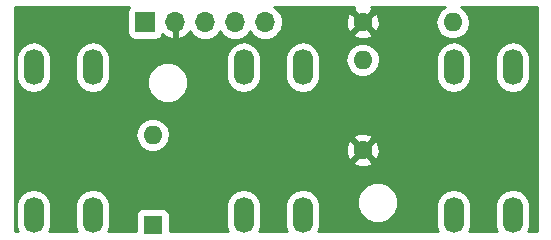
<source format=gbr>
G04 #@! TF.GenerationSoftware,KiCad,Pcbnew,(5.0.1)-4*
G04 #@! TF.CreationDate,2019-03-25T10:39:43-07:00*
G04 #@! TF.ProjectId,SysButtons,537973427574746F6E732E6B69636164,rev?*
G04 #@! TF.SameCoordinates,Original*
G04 #@! TF.FileFunction,Copper,L1,Top,Signal*
G04 #@! TF.FilePolarity,Positive*
%FSLAX46Y46*%
G04 Gerber Fmt 4.6, Leading zero omitted, Abs format (unit mm)*
G04 Created by KiCad (PCBNEW (5.0.1)-4) date 3/25/2019 10:39:43 AM*
%MOMM*%
%LPD*%
G01*
G04 APERTURE LIST*
G04 #@! TA.AperFunction,ComponentPad*
%ADD10R,1.600000X1.600000*%
G04 #@! TD*
G04 #@! TA.AperFunction,ComponentPad*
%ADD11O,1.600000X1.600000*%
G04 #@! TD*
G04 #@! TA.AperFunction,ComponentPad*
%ADD12R,1.700000X1.700000*%
G04 #@! TD*
G04 #@! TA.AperFunction,ComponentPad*
%ADD13O,1.700000X1.700000*%
G04 #@! TD*
G04 #@! TA.AperFunction,ComponentPad*
%ADD14C,1.600000*%
G04 #@! TD*
G04 #@! TA.AperFunction,ComponentPad*
%ADD15O,1.727200X3.048000*%
G04 #@! TD*
G04 #@! TA.AperFunction,Conductor*
%ADD16C,0.254000*%
G04 #@! TD*
G04 APERTURE END LIST*
D10*
G04 #@! TO.P,D1,1*
G04 #@! TO.N,Net-(D1-Pad1)*
X135255000Y-64770000D03*
D11*
G04 #@! TO.P,D1,2*
G04 #@! TO.N,Net-(D1-Pad2)*
X135255000Y-57150000D03*
G04 #@! TD*
D12*
G04 #@! TO.P,J1,1*
G04 #@! TO.N,+5V*
X134620000Y-47625000D03*
D13*
G04 #@! TO.P,J1,2*
G04 #@! TO.N,GND*
X137160000Y-47625000D03*
G04 #@! TO.P,J1,3*
G04 #@! TO.N,Net-(D1-Pad2)*
X139700000Y-47625000D03*
G04 #@! TO.P,J1,4*
G04 #@! TO.N,Net-(J1-Pad4)*
X142240000Y-47625000D03*
G04 #@! TO.P,J1,5*
G04 #@! TO.N,Net-(J1-Pad5)*
X144780000Y-47625000D03*
G04 #@! TD*
D11*
G04 #@! TO.P,R2,2*
G04 #@! TO.N,Net-(J1-Pad4)*
X153035000Y-50800000D03*
D14*
G04 #@! TO.P,R2,1*
G04 #@! TO.N,GND*
X153035000Y-58420000D03*
G04 #@! TD*
G04 #@! TO.P,R3,1*
G04 #@! TO.N,GND*
X153035000Y-47625000D03*
D11*
G04 #@! TO.P,R3,2*
G04 #@! TO.N,Net-(J1-Pad5)*
X160655000Y-47625000D03*
G04 #@! TD*
D15*
G04 #@! TO.P,SW1,1*
G04 #@! TO.N,+5V*
X130175000Y-63935000D03*
G04 #@! TO.P,SW1,2*
G04 #@! TO.N,Net-(D1-Pad1)*
X125175000Y-63935000D03*
G04 #@! TO.P,SW1,1*
G04 #@! TO.N,+5V*
X130175000Y-51435000D03*
G04 #@! TO.P,SW1,2*
G04 #@! TO.N,Net-(D1-Pad1)*
X125175000Y-51435000D03*
G04 #@! TD*
G04 #@! TO.P,SW2,2*
G04 #@! TO.N,Net-(J1-Pad4)*
X142955000Y-51435000D03*
G04 #@! TO.P,SW2,1*
G04 #@! TO.N,+5V*
X147955000Y-51435000D03*
G04 #@! TO.P,SW2,2*
G04 #@! TO.N,Net-(J1-Pad4)*
X142955000Y-63935000D03*
G04 #@! TO.P,SW2,1*
G04 #@! TO.N,+5V*
X147955000Y-63935000D03*
G04 #@! TD*
G04 #@! TO.P,SW3,1*
G04 #@! TO.N,+5V*
X165735000Y-63935000D03*
G04 #@! TO.P,SW3,2*
G04 #@! TO.N,Net-(J1-Pad5)*
X160735000Y-63935000D03*
G04 #@! TO.P,SW3,1*
G04 #@! TO.N,+5V*
X165735000Y-51435000D03*
G04 #@! TO.P,SW3,2*
G04 #@! TO.N,Net-(J1-Pad5)*
X160735000Y-51435000D03*
G04 #@! TD*
D16*
G04 #@! TO.N,GND*
G36*
X133171843Y-46527235D02*
X133122560Y-46775000D01*
X133122560Y-48475000D01*
X133171843Y-48722765D01*
X133312191Y-48932809D01*
X133522235Y-49073157D01*
X133770000Y-49122440D01*
X135470000Y-49122440D01*
X135717765Y-49073157D01*
X135927809Y-48932809D01*
X136068157Y-48722765D01*
X136088739Y-48619292D01*
X136393076Y-48896645D01*
X136803110Y-49066476D01*
X137033000Y-48945155D01*
X137033000Y-47752000D01*
X137013000Y-47752000D01*
X137013000Y-47498000D01*
X137033000Y-47498000D01*
X137033000Y-47478000D01*
X137287000Y-47478000D01*
X137287000Y-47498000D01*
X137307000Y-47498000D01*
X137307000Y-47752000D01*
X137287000Y-47752000D01*
X137287000Y-48945155D01*
X137516890Y-49066476D01*
X137926924Y-48896645D01*
X138355183Y-48506358D01*
X138416157Y-48376522D01*
X138629375Y-48695625D01*
X139120582Y-49023839D01*
X139553744Y-49110000D01*
X139846256Y-49110000D01*
X140279418Y-49023839D01*
X140770625Y-48695625D01*
X140970000Y-48397239D01*
X141169375Y-48695625D01*
X141660582Y-49023839D01*
X142093744Y-49110000D01*
X142386256Y-49110000D01*
X142819418Y-49023839D01*
X143310625Y-48695625D01*
X143510000Y-48397239D01*
X143709375Y-48695625D01*
X144200582Y-49023839D01*
X144633744Y-49110000D01*
X144926256Y-49110000D01*
X145359418Y-49023839D01*
X145850625Y-48695625D01*
X145892640Y-48632745D01*
X152206861Y-48632745D01*
X152280995Y-48878864D01*
X152818223Y-49071965D01*
X153388454Y-49044778D01*
X153789005Y-48878864D01*
X153863139Y-48632745D01*
X153035000Y-47804605D01*
X152206861Y-48632745D01*
X145892640Y-48632745D01*
X146178839Y-48204418D01*
X146294092Y-47625000D01*
X146250973Y-47408223D01*
X151588035Y-47408223D01*
X151615222Y-47978454D01*
X151781136Y-48379005D01*
X152027255Y-48453139D01*
X152855395Y-47625000D01*
X153214605Y-47625000D01*
X154042745Y-48453139D01*
X154288864Y-48379005D01*
X154481965Y-47841777D01*
X154454778Y-47271546D01*
X154288864Y-46870995D01*
X154042745Y-46796861D01*
X153214605Y-47625000D01*
X152855395Y-47625000D01*
X152027255Y-46796861D01*
X151781136Y-46870995D01*
X151588035Y-47408223D01*
X146250973Y-47408223D01*
X146178839Y-47045582D01*
X145850625Y-46554375D01*
X145552239Y-46355000D01*
X152319951Y-46355000D01*
X152280995Y-46371136D01*
X152206861Y-46617255D01*
X153035000Y-47445395D01*
X153863139Y-46617255D01*
X153789005Y-46371136D01*
X153744113Y-46355000D01*
X159972758Y-46355000D01*
X159620423Y-46590423D01*
X159303260Y-47065091D01*
X159191887Y-47625000D01*
X159303260Y-48184909D01*
X159620423Y-48659577D01*
X160095091Y-48976740D01*
X160513667Y-49060000D01*
X160796333Y-49060000D01*
X161214909Y-48976740D01*
X161689577Y-48659577D01*
X162006740Y-48184909D01*
X162118113Y-47625000D01*
X162006740Y-47065091D01*
X161689577Y-46590423D01*
X161337242Y-46355000D01*
X167767000Y-46355000D01*
X167767000Y-65305000D01*
X167063211Y-65305000D01*
X167146650Y-65180125D01*
X167233600Y-64742998D01*
X167233600Y-63127002D01*
X167146650Y-62689875D01*
X166815430Y-62194170D01*
X166319725Y-61862950D01*
X165735000Y-61746641D01*
X165150276Y-61862950D01*
X164654571Y-62194170D01*
X164323351Y-62689875D01*
X164236400Y-63127002D01*
X164236400Y-64742997D01*
X164323350Y-65180124D01*
X164406789Y-65305000D01*
X162063211Y-65305000D01*
X162146650Y-65180125D01*
X162233600Y-64742998D01*
X162233600Y-63127002D01*
X162146650Y-62689875D01*
X161815430Y-62194170D01*
X161319725Y-61862950D01*
X160735000Y-61746641D01*
X160150276Y-61862950D01*
X159654571Y-62194170D01*
X159323351Y-62689875D01*
X159236400Y-63127002D01*
X159236400Y-64742997D01*
X159323350Y-65180124D01*
X159406789Y-65305000D01*
X149283211Y-65305000D01*
X149366650Y-65180125D01*
X149453600Y-64742998D01*
X149453600Y-63127002D01*
X149366650Y-62689875D01*
X149253068Y-62519887D01*
X152570000Y-62519887D01*
X152570000Y-63210113D01*
X152834138Y-63847799D01*
X153322201Y-64335862D01*
X153959887Y-64600000D01*
X154650113Y-64600000D01*
X155287799Y-64335862D01*
X155775862Y-63847799D01*
X156040000Y-63210113D01*
X156040000Y-62519887D01*
X155775862Y-61882201D01*
X155287799Y-61394138D01*
X154650113Y-61130000D01*
X153959887Y-61130000D01*
X153322201Y-61394138D01*
X152834138Y-61882201D01*
X152570000Y-62519887D01*
X149253068Y-62519887D01*
X149035430Y-62194170D01*
X148539725Y-61862950D01*
X147955000Y-61746641D01*
X147370276Y-61862950D01*
X146874571Y-62194170D01*
X146543351Y-62689875D01*
X146456400Y-63127002D01*
X146456400Y-64742997D01*
X146543350Y-65180124D01*
X146626789Y-65305000D01*
X144283211Y-65305000D01*
X144366650Y-65180125D01*
X144453600Y-64742998D01*
X144453600Y-63127002D01*
X144366650Y-62689875D01*
X144035430Y-62194170D01*
X143539725Y-61862950D01*
X142955000Y-61746641D01*
X142370276Y-61862950D01*
X141874571Y-62194170D01*
X141543351Y-62689875D01*
X141456400Y-63127002D01*
X141456400Y-64742997D01*
X141543350Y-65180124D01*
X141626789Y-65305000D01*
X136702440Y-65305000D01*
X136702440Y-63970000D01*
X136653157Y-63722235D01*
X136512809Y-63512191D01*
X136302765Y-63371843D01*
X136055000Y-63322560D01*
X134455000Y-63322560D01*
X134207235Y-63371843D01*
X133997191Y-63512191D01*
X133856843Y-63722235D01*
X133807560Y-63970000D01*
X133807560Y-65305000D01*
X131503211Y-65305000D01*
X131586650Y-65180125D01*
X131673600Y-64742998D01*
X131673600Y-63127002D01*
X131586650Y-62689875D01*
X131255430Y-62194170D01*
X130759725Y-61862950D01*
X130175000Y-61746641D01*
X129590276Y-61862950D01*
X129094571Y-62194170D01*
X128763351Y-62689875D01*
X128676400Y-63127002D01*
X128676400Y-64742997D01*
X128763350Y-65180124D01*
X128846789Y-65305000D01*
X126503211Y-65305000D01*
X126586650Y-65180125D01*
X126673600Y-64742998D01*
X126673600Y-63127002D01*
X126586650Y-62689875D01*
X126255430Y-62194170D01*
X125759725Y-61862950D01*
X125175000Y-61746641D01*
X124590276Y-61862950D01*
X124094571Y-62194170D01*
X123763351Y-62689875D01*
X123676400Y-63127002D01*
X123676400Y-64742997D01*
X123763350Y-65180124D01*
X123846789Y-65305000D01*
X123571000Y-65305000D01*
X123571000Y-59427745D01*
X152206861Y-59427745D01*
X152280995Y-59673864D01*
X152818223Y-59866965D01*
X153388454Y-59839778D01*
X153789005Y-59673864D01*
X153863139Y-59427745D01*
X153035000Y-58599605D01*
X152206861Y-59427745D01*
X123571000Y-59427745D01*
X123571000Y-57150000D01*
X133791887Y-57150000D01*
X133903260Y-57709909D01*
X134220423Y-58184577D01*
X134695091Y-58501740D01*
X135113667Y-58585000D01*
X135396333Y-58585000D01*
X135814909Y-58501740D01*
X136261671Y-58203223D01*
X151588035Y-58203223D01*
X151615222Y-58773454D01*
X151781136Y-59174005D01*
X152027255Y-59248139D01*
X152855395Y-58420000D01*
X153214605Y-58420000D01*
X154042745Y-59248139D01*
X154288864Y-59174005D01*
X154481965Y-58636777D01*
X154454778Y-58066546D01*
X154288864Y-57665995D01*
X154042745Y-57591861D01*
X153214605Y-58420000D01*
X152855395Y-58420000D01*
X152027255Y-57591861D01*
X151781136Y-57665995D01*
X151588035Y-58203223D01*
X136261671Y-58203223D01*
X136289577Y-58184577D01*
X136606740Y-57709909D01*
X136665947Y-57412255D01*
X152206861Y-57412255D01*
X153035000Y-58240395D01*
X153863139Y-57412255D01*
X153789005Y-57166136D01*
X153251777Y-56973035D01*
X152681546Y-57000222D01*
X152280995Y-57166136D01*
X152206861Y-57412255D01*
X136665947Y-57412255D01*
X136718113Y-57150000D01*
X136606740Y-56590091D01*
X136289577Y-56115423D01*
X135814909Y-55798260D01*
X135396333Y-55715000D01*
X135113667Y-55715000D01*
X134695091Y-55798260D01*
X134220423Y-56115423D01*
X133903260Y-56590091D01*
X133791887Y-57150000D01*
X123571000Y-57150000D01*
X123571000Y-50627002D01*
X123676400Y-50627002D01*
X123676400Y-52242997D01*
X123763350Y-52680124D01*
X124094570Y-53175830D01*
X124590275Y-53507050D01*
X125175000Y-53623359D01*
X125759724Y-53507050D01*
X126255430Y-53175830D01*
X126586650Y-52680125D01*
X126673600Y-52242998D01*
X126673600Y-50627002D01*
X128676400Y-50627002D01*
X128676400Y-52242997D01*
X128763350Y-52680124D01*
X129094570Y-53175830D01*
X129590275Y-53507050D01*
X130175000Y-53623359D01*
X130759724Y-53507050D01*
X131255430Y-53175830D01*
X131586650Y-52680125D01*
X131650349Y-52359887D01*
X134790000Y-52359887D01*
X134790000Y-53050113D01*
X135054138Y-53687799D01*
X135542201Y-54175862D01*
X136179887Y-54440000D01*
X136870113Y-54440000D01*
X137507799Y-54175862D01*
X137995862Y-53687799D01*
X138260000Y-53050113D01*
X138260000Y-52359887D01*
X137995862Y-51722201D01*
X137507799Y-51234138D01*
X136870113Y-50970000D01*
X136179887Y-50970000D01*
X135542201Y-51234138D01*
X135054138Y-51722201D01*
X134790000Y-52359887D01*
X131650349Y-52359887D01*
X131673600Y-52242998D01*
X131673600Y-50627002D01*
X141456400Y-50627002D01*
X141456400Y-52242997D01*
X141543350Y-52680124D01*
X141874570Y-53175830D01*
X142370275Y-53507050D01*
X142955000Y-53623359D01*
X143539724Y-53507050D01*
X144035430Y-53175830D01*
X144366650Y-52680125D01*
X144453600Y-52242998D01*
X144453600Y-50627002D01*
X146456400Y-50627002D01*
X146456400Y-52242997D01*
X146543350Y-52680124D01*
X146874570Y-53175830D01*
X147370275Y-53507050D01*
X147955000Y-53623359D01*
X148539724Y-53507050D01*
X149035430Y-53175830D01*
X149366650Y-52680125D01*
X149453600Y-52242998D01*
X149453600Y-50800000D01*
X151571887Y-50800000D01*
X151683260Y-51359909D01*
X152000423Y-51834577D01*
X152475091Y-52151740D01*
X152893667Y-52235000D01*
X153176333Y-52235000D01*
X153594909Y-52151740D01*
X154069577Y-51834577D01*
X154386740Y-51359909D01*
X154498113Y-50800000D01*
X154463702Y-50627002D01*
X159236400Y-50627002D01*
X159236400Y-52242997D01*
X159323350Y-52680124D01*
X159654570Y-53175830D01*
X160150275Y-53507050D01*
X160735000Y-53623359D01*
X161319724Y-53507050D01*
X161815430Y-53175830D01*
X162146650Y-52680125D01*
X162233600Y-52242998D01*
X162233600Y-50627002D01*
X164236400Y-50627002D01*
X164236400Y-52242997D01*
X164323350Y-52680124D01*
X164654570Y-53175830D01*
X165150275Y-53507050D01*
X165735000Y-53623359D01*
X166319724Y-53507050D01*
X166815430Y-53175830D01*
X167146650Y-52680125D01*
X167233600Y-52242998D01*
X167233600Y-50627002D01*
X167146650Y-50189875D01*
X166815430Y-49694170D01*
X166319725Y-49362950D01*
X165735000Y-49246641D01*
X165150276Y-49362950D01*
X164654571Y-49694170D01*
X164323351Y-50189875D01*
X164236400Y-50627002D01*
X162233600Y-50627002D01*
X162146650Y-50189875D01*
X161815430Y-49694170D01*
X161319725Y-49362950D01*
X160735000Y-49246641D01*
X160150276Y-49362950D01*
X159654571Y-49694170D01*
X159323351Y-50189875D01*
X159236400Y-50627002D01*
X154463702Y-50627002D01*
X154386740Y-50240091D01*
X154069577Y-49765423D01*
X153594909Y-49448260D01*
X153176333Y-49365000D01*
X152893667Y-49365000D01*
X152475091Y-49448260D01*
X152000423Y-49765423D01*
X151683260Y-50240091D01*
X151571887Y-50800000D01*
X149453600Y-50800000D01*
X149453600Y-50627002D01*
X149366650Y-50189875D01*
X149035430Y-49694170D01*
X148539725Y-49362950D01*
X147955000Y-49246641D01*
X147370276Y-49362950D01*
X146874571Y-49694170D01*
X146543351Y-50189875D01*
X146456400Y-50627002D01*
X144453600Y-50627002D01*
X144366650Y-50189875D01*
X144035430Y-49694170D01*
X143539725Y-49362950D01*
X142955000Y-49246641D01*
X142370276Y-49362950D01*
X141874571Y-49694170D01*
X141543351Y-50189875D01*
X141456400Y-50627002D01*
X131673600Y-50627002D01*
X131586650Y-50189875D01*
X131255430Y-49694170D01*
X130759725Y-49362950D01*
X130175000Y-49246641D01*
X129590276Y-49362950D01*
X129094571Y-49694170D01*
X128763351Y-50189875D01*
X128676400Y-50627002D01*
X126673600Y-50627002D01*
X126586650Y-50189875D01*
X126255430Y-49694170D01*
X125759725Y-49362950D01*
X125175000Y-49246641D01*
X124590276Y-49362950D01*
X124094571Y-49694170D01*
X123763351Y-50189875D01*
X123676400Y-50627002D01*
X123571000Y-50627002D01*
X123571000Y-46355000D01*
X133286928Y-46355000D01*
X133171843Y-46527235D01*
X133171843Y-46527235D01*
G37*
X133171843Y-46527235D02*
X133122560Y-46775000D01*
X133122560Y-48475000D01*
X133171843Y-48722765D01*
X133312191Y-48932809D01*
X133522235Y-49073157D01*
X133770000Y-49122440D01*
X135470000Y-49122440D01*
X135717765Y-49073157D01*
X135927809Y-48932809D01*
X136068157Y-48722765D01*
X136088739Y-48619292D01*
X136393076Y-48896645D01*
X136803110Y-49066476D01*
X137033000Y-48945155D01*
X137033000Y-47752000D01*
X137013000Y-47752000D01*
X137013000Y-47498000D01*
X137033000Y-47498000D01*
X137033000Y-47478000D01*
X137287000Y-47478000D01*
X137287000Y-47498000D01*
X137307000Y-47498000D01*
X137307000Y-47752000D01*
X137287000Y-47752000D01*
X137287000Y-48945155D01*
X137516890Y-49066476D01*
X137926924Y-48896645D01*
X138355183Y-48506358D01*
X138416157Y-48376522D01*
X138629375Y-48695625D01*
X139120582Y-49023839D01*
X139553744Y-49110000D01*
X139846256Y-49110000D01*
X140279418Y-49023839D01*
X140770625Y-48695625D01*
X140970000Y-48397239D01*
X141169375Y-48695625D01*
X141660582Y-49023839D01*
X142093744Y-49110000D01*
X142386256Y-49110000D01*
X142819418Y-49023839D01*
X143310625Y-48695625D01*
X143510000Y-48397239D01*
X143709375Y-48695625D01*
X144200582Y-49023839D01*
X144633744Y-49110000D01*
X144926256Y-49110000D01*
X145359418Y-49023839D01*
X145850625Y-48695625D01*
X145892640Y-48632745D01*
X152206861Y-48632745D01*
X152280995Y-48878864D01*
X152818223Y-49071965D01*
X153388454Y-49044778D01*
X153789005Y-48878864D01*
X153863139Y-48632745D01*
X153035000Y-47804605D01*
X152206861Y-48632745D01*
X145892640Y-48632745D01*
X146178839Y-48204418D01*
X146294092Y-47625000D01*
X146250973Y-47408223D01*
X151588035Y-47408223D01*
X151615222Y-47978454D01*
X151781136Y-48379005D01*
X152027255Y-48453139D01*
X152855395Y-47625000D01*
X153214605Y-47625000D01*
X154042745Y-48453139D01*
X154288864Y-48379005D01*
X154481965Y-47841777D01*
X154454778Y-47271546D01*
X154288864Y-46870995D01*
X154042745Y-46796861D01*
X153214605Y-47625000D01*
X152855395Y-47625000D01*
X152027255Y-46796861D01*
X151781136Y-46870995D01*
X151588035Y-47408223D01*
X146250973Y-47408223D01*
X146178839Y-47045582D01*
X145850625Y-46554375D01*
X145552239Y-46355000D01*
X152319951Y-46355000D01*
X152280995Y-46371136D01*
X152206861Y-46617255D01*
X153035000Y-47445395D01*
X153863139Y-46617255D01*
X153789005Y-46371136D01*
X153744113Y-46355000D01*
X159972758Y-46355000D01*
X159620423Y-46590423D01*
X159303260Y-47065091D01*
X159191887Y-47625000D01*
X159303260Y-48184909D01*
X159620423Y-48659577D01*
X160095091Y-48976740D01*
X160513667Y-49060000D01*
X160796333Y-49060000D01*
X161214909Y-48976740D01*
X161689577Y-48659577D01*
X162006740Y-48184909D01*
X162118113Y-47625000D01*
X162006740Y-47065091D01*
X161689577Y-46590423D01*
X161337242Y-46355000D01*
X167767000Y-46355000D01*
X167767000Y-65305000D01*
X167063211Y-65305000D01*
X167146650Y-65180125D01*
X167233600Y-64742998D01*
X167233600Y-63127002D01*
X167146650Y-62689875D01*
X166815430Y-62194170D01*
X166319725Y-61862950D01*
X165735000Y-61746641D01*
X165150276Y-61862950D01*
X164654571Y-62194170D01*
X164323351Y-62689875D01*
X164236400Y-63127002D01*
X164236400Y-64742997D01*
X164323350Y-65180124D01*
X164406789Y-65305000D01*
X162063211Y-65305000D01*
X162146650Y-65180125D01*
X162233600Y-64742998D01*
X162233600Y-63127002D01*
X162146650Y-62689875D01*
X161815430Y-62194170D01*
X161319725Y-61862950D01*
X160735000Y-61746641D01*
X160150276Y-61862950D01*
X159654571Y-62194170D01*
X159323351Y-62689875D01*
X159236400Y-63127002D01*
X159236400Y-64742997D01*
X159323350Y-65180124D01*
X159406789Y-65305000D01*
X149283211Y-65305000D01*
X149366650Y-65180125D01*
X149453600Y-64742998D01*
X149453600Y-63127002D01*
X149366650Y-62689875D01*
X149253068Y-62519887D01*
X152570000Y-62519887D01*
X152570000Y-63210113D01*
X152834138Y-63847799D01*
X153322201Y-64335862D01*
X153959887Y-64600000D01*
X154650113Y-64600000D01*
X155287799Y-64335862D01*
X155775862Y-63847799D01*
X156040000Y-63210113D01*
X156040000Y-62519887D01*
X155775862Y-61882201D01*
X155287799Y-61394138D01*
X154650113Y-61130000D01*
X153959887Y-61130000D01*
X153322201Y-61394138D01*
X152834138Y-61882201D01*
X152570000Y-62519887D01*
X149253068Y-62519887D01*
X149035430Y-62194170D01*
X148539725Y-61862950D01*
X147955000Y-61746641D01*
X147370276Y-61862950D01*
X146874571Y-62194170D01*
X146543351Y-62689875D01*
X146456400Y-63127002D01*
X146456400Y-64742997D01*
X146543350Y-65180124D01*
X146626789Y-65305000D01*
X144283211Y-65305000D01*
X144366650Y-65180125D01*
X144453600Y-64742998D01*
X144453600Y-63127002D01*
X144366650Y-62689875D01*
X144035430Y-62194170D01*
X143539725Y-61862950D01*
X142955000Y-61746641D01*
X142370276Y-61862950D01*
X141874571Y-62194170D01*
X141543351Y-62689875D01*
X141456400Y-63127002D01*
X141456400Y-64742997D01*
X141543350Y-65180124D01*
X141626789Y-65305000D01*
X136702440Y-65305000D01*
X136702440Y-63970000D01*
X136653157Y-63722235D01*
X136512809Y-63512191D01*
X136302765Y-63371843D01*
X136055000Y-63322560D01*
X134455000Y-63322560D01*
X134207235Y-63371843D01*
X133997191Y-63512191D01*
X133856843Y-63722235D01*
X133807560Y-63970000D01*
X133807560Y-65305000D01*
X131503211Y-65305000D01*
X131586650Y-65180125D01*
X131673600Y-64742998D01*
X131673600Y-63127002D01*
X131586650Y-62689875D01*
X131255430Y-62194170D01*
X130759725Y-61862950D01*
X130175000Y-61746641D01*
X129590276Y-61862950D01*
X129094571Y-62194170D01*
X128763351Y-62689875D01*
X128676400Y-63127002D01*
X128676400Y-64742997D01*
X128763350Y-65180124D01*
X128846789Y-65305000D01*
X126503211Y-65305000D01*
X126586650Y-65180125D01*
X126673600Y-64742998D01*
X126673600Y-63127002D01*
X126586650Y-62689875D01*
X126255430Y-62194170D01*
X125759725Y-61862950D01*
X125175000Y-61746641D01*
X124590276Y-61862950D01*
X124094571Y-62194170D01*
X123763351Y-62689875D01*
X123676400Y-63127002D01*
X123676400Y-64742997D01*
X123763350Y-65180124D01*
X123846789Y-65305000D01*
X123571000Y-65305000D01*
X123571000Y-59427745D01*
X152206861Y-59427745D01*
X152280995Y-59673864D01*
X152818223Y-59866965D01*
X153388454Y-59839778D01*
X153789005Y-59673864D01*
X153863139Y-59427745D01*
X153035000Y-58599605D01*
X152206861Y-59427745D01*
X123571000Y-59427745D01*
X123571000Y-57150000D01*
X133791887Y-57150000D01*
X133903260Y-57709909D01*
X134220423Y-58184577D01*
X134695091Y-58501740D01*
X135113667Y-58585000D01*
X135396333Y-58585000D01*
X135814909Y-58501740D01*
X136261671Y-58203223D01*
X151588035Y-58203223D01*
X151615222Y-58773454D01*
X151781136Y-59174005D01*
X152027255Y-59248139D01*
X152855395Y-58420000D01*
X153214605Y-58420000D01*
X154042745Y-59248139D01*
X154288864Y-59174005D01*
X154481965Y-58636777D01*
X154454778Y-58066546D01*
X154288864Y-57665995D01*
X154042745Y-57591861D01*
X153214605Y-58420000D01*
X152855395Y-58420000D01*
X152027255Y-57591861D01*
X151781136Y-57665995D01*
X151588035Y-58203223D01*
X136261671Y-58203223D01*
X136289577Y-58184577D01*
X136606740Y-57709909D01*
X136665947Y-57412255D01*
X152206861Y-57412255D01*
X153035000Y-58240395D01*
X153863139Y-57412255D01*
X153789005Y-57166136D01*
X153251777Y-56973035D01*
X152681546Y-57000222D01*
X152280995Y-57166136D01*
X152206861Y-57412255D01*
X136665947Y-57412255D01*
X136718113Y-57150000D01*
X136606740Y-56590091D01*
X136289577Y-56115423D01*
X135814909Y-55798260D01*
X135396333Y-55715000D01*
X135113667Y-55715000D01*
X134695091Y-55798260D01*
X134220423Y-56115423D01*
X133903260Y-56590091D01*
X133791887Y-57150000D01*
X123571000Y-57150000D01*
X123571000Y-50627002D01*
X123676400Y-50627002D01*
X123676400Y-52242997D01*
X123763350Y-52680124D01*
X124094570Y-53175830D01*
X124590275Y-53507050D01*
X125175000Y-53623359D01*
X125759724Y-53507050D01*
X126255430Y-53175830D01*
X126586650Y-52680125D01*
X126673600Y-52242998D01*
X126673600Y-50627002D01*
X128676400Y-50627002D01*
X128676400Y-52242997D01*
X128763350Y-52680124D01*
X129094570Y-53175830D01*
X129590275Y-53507050D01*
X130175000Y-53623359D01*
X130759724Y-53507050D01*
X131255430Y-53175830D01*
X131586650Y-52680125D01*
X131650349Y-52359887D01*
X134790000Y-52359887D01*
X134790000Y-53050113D01*
X135054138Y-53687799D01*
X135542201Y-54175862D01*
X136179887Y-54440000D01*
X136870113Y-54440000D01*
X137507799Y-54175862D01*
X137995862Y-53687799D01*
X138260000Y-53050113D01*
X138260000Y-52359887D01*
X137995862Y-51722201D01*
X137507799Y-51234138D01*
X136870113Y-50970000D01*
X136179887Y-50970000D01*
X135542201Y-51234138D01*
X135054138Y-51722201D01*
X134790000Y-52359887D01*
X131650349Y-52359887D01*
X131673600Y-52242998D01*
X131673600Y-50627002D01*
X141456400Y-50627002D01*
X141456400Y-52242997D01*
X141543350Y-52680124D01*
X141874570Y-53175830D01*
X142370275Y-53507050D01*
X142955000Y-53623359D01*
X143539724Y-53507050D01*
X144035430Y-53175830D01*
X144366650Y-52680125D01*
X144453600Y-52242998D01*
X144453600Y-50627002D01*
X146456400Y-50627002D01*
X146456400Y-52242997D01*
X146543350Y-52680124D01*
X146874570Y-53175830D01*
X147370275Y-53507050D01*
X147955000Y-53623359D01*
X148539724Y-53507050D01*
X149035430Y-53175830D01*
X149366650Y-52680125D01*
X149453600Y-52242998D01*
X149453600Y-50800000D01*
X151571887Y-50800000D01*
X151683260Y-51359909D01*
X152000423Y-51834577D01*
X152475091Y-52151740D01*
X152893667Y-52235000D01*
X153176333Y-52235000D01*
X153594909Y-52151740D01*
X154069577Y-51834577D01*
X154386740Y-51359909D01*
X154498113Y-50800000D01*
X154463702Y-50627002D01*
X159236400Y-50627002D01*
X159236400Y-52242997D01*
X159323350Y-52680124D01*
X159654570Y-53175830D01*
X160150275Y-53507050D01*
X160735000Y-53623359D01*
X161319724Y-53507050D01*
X161815430Y-53175830D01*
X162146650Y-52680125D01*
X162233600Y-52242998D01*
X162233600Y-50627002D01*
X164236400Y-50627002D01*
X164236400Y-52242997D01*
X164323350Y-52680124D01*
X164654570Y-53175830D01*
X165150275Y-53507050D01*
X165735000Y-53623359D01*
X166319724Y-53507050D01*
X166815430Y-53175830D01*
X167146650Y-52680125D01*
X167233600Y-52242998D01*
X167233600Y-50627002D01*
X167146650Y-50189875D01*
X166815430Y-49694170D01*
X166319725Y-49362950D01*
X165735000Y-49246641D01*
X165150276Y-49362950D01*
X164654571Y-49694170D01*
X164323351Y-50189875D01*
X164236400Y-50627002D01*
X162233600Y-50627002D01*
X162146650Y-50189875D01*
X161815430Y-49694170D01*
X161319725Y-49362950D01*
X160735000Y-49246641D01*
X160150276Y-49362950D01*
X159654571Y-49694170D01*
X159323351Y-50189875D01*
X159236400Y-50627002D01*
X154463702Y-50627002D01*
X154386740Y-50240091D01*
X154069577Y-49765423D01*
X153594909Y-49448260D01*
X153176333Y-49365000D01*
X152893667Y-49365000D01*
X152475091Y-49448260D01*
X152000423Y-49765423D01*
X151683260Y-50240091D01*
X151571887Y-50800000D01*
X149453600Y-50800000D01*
X149453600Y-50627002D01*
X149366650Y-50189875D01*
X149035430Y-49694170D01*
X148539725Y-49362950D01*
X147955000Y-49246641D01*
X147370276Y-49362950D01*
X146874571Y-49694170D01*
X146543351Y-50189875D01*
X146456400Y-50627002D01*
X144453600Y-50627002D01*
X144366650Y-50189875D01*
X144035430Y-49694170D01*
X143539725Y-49362950D01*
X142955000Y-49246641D01*
X142370276Y-49362950D01*
X141874571Y-49694170D01*
X141543351Y-50189875D01*
X141456400Y-50627002D01*
X131673600Y-50627002D01*
X131586650Y-50189875D01*
X131255430Y-49694170D01*
X130759725Y-49362950D01*
X130175000Y-49246641D01*
X129590276Y-49362950D01*
X129094571Y-49694170D01*
X128763351Y-50189875D01*
X128676400Y-50627002D01*
X126673600Y-50627002D01*
X126586650Y-50189875D01*
X126255430Y-49694170D01*
X125759725Y-49362950D01*
X125175000Y-49246641D01*
X124590276Y-49362950D01*
X124094571Y-49694170D01*
X123763351Y-50189875D01*
X123676400Y-50627002D01*
X123571000Y-50627002D01*
X123571000Y-46355000D01*
X133286928Y-46355000D01*
X133171843Y-46527235D01*
G04 #@! TD*
M02*

</source>
